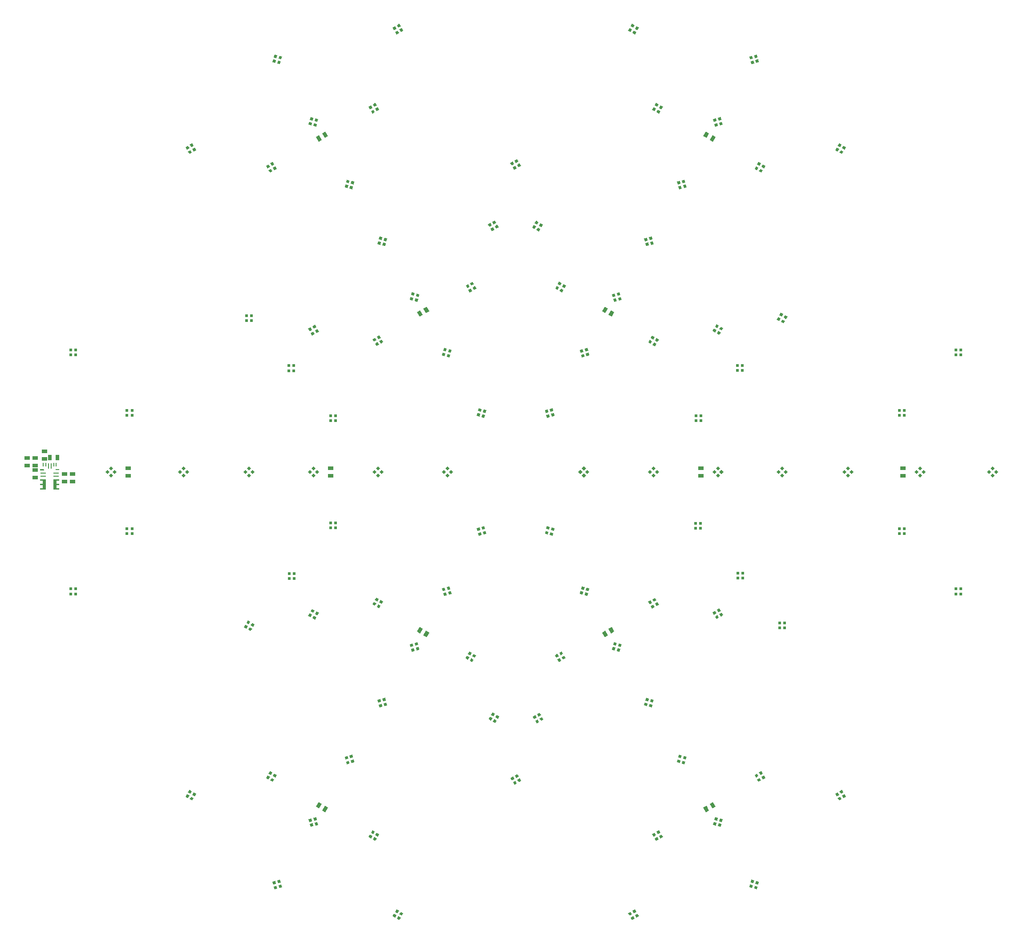
<source format=gbr>
G04 EAGLE Gerber RS-274X export*
G75*
%MOMM*%
%FSLAX34Y34*%
%LPD*%
%INSolderpaste Top*%
%IPPOS*%
%AMOC8*
5,1,8,0,0,1.08239X$1,22.5*%
G01*
%ADD10R,0.550000X0.550000*%
%ADD11R,0.550000X0.550000*%
%ADD12R,1.000000X0.700000*%
%ADD13R,0.700000X1.000000*%
%ADD14R,1.100000X0.250000*%
%ADD15R,0.700000X0.250000*%
%ADD16R,0.250000X1.100000*%
%ADD17R,0.250000X0.700000*%

G36*
X186105Y951749D02*
X186105Y951749D01*
X186105Y951750D01*
X186105Y971250D01*
X186101Y971255D01*
X186100Y971255D01*
X175100Y971255D01*
X175095Y971251D01*
X175095Y971250D01*
X175095Y968750D01*
X175099Y968745D01*
X175100Y968745D01*
X180095Y968745D01*
X180095Y962755D01*
X175100Y962755D01*
X175095Y962751D01*
X175095Y962750D01*
X175095Y960250D01*
X175099Y960245D01*
X175100Y960245D01*
X180095Y960245D01*
X180095Y954255D01*
X175100Y954255D01*
X175095Y954251D01*
X175095Y954250D01*
X175095Y951750D01*
X175099Y951745D01*
X175100Y951745D01*
X186100Y951745D01*
X186105Y951749D01*
G37*
G36*
X211105Y951749D02*
X211105Y951749D01*
X211105Y951750D01*
X211105Y954250D01*
X211101Y954255D01*
X211100Y954255D01*
X206105Y954255D01*
X206105Y960245D01*
X211100Y960245D01*
X211105Y960249D01*
X211105Y960250D01*
X211105Y962750D01*
X211101Y962755D01*
X211100Y962755D01*
X206105Y962755D01*
X206105Y968745D01*
X211100Y968745D01*
X211105Y968749D01*
X211105Y968750D01*
X211105Y971250D01*
X211101Y971255D01*
X211100Y971255D01*
X200100Y971255D01*
X200095Y971251D01*
X200095Y971250D01*
X200095Y951750D01*
X200099Y951745D01*
X200100Y951745D01*
X211100Y951745D01*
X211105Y951749D01*
G37*
G36*
X182105Y988249D02*
X182105Y988249D01*
X182105Y988250D01*
X182105Y989500D01*
X182103Y989502D01*
X182104Y989504D01*
X180854Y990754D01*
X180851Y990754D01*
X180850Y990755D01*
X175100Y990755D01*
X175095Y990751D01*
X175095Y990750D01*
X175095Y988250D01*
X175099Y988245D01*
X175100Y988245D01*
X182100Y988245D01*
X182105Y988249D01*
G37*
D10*
G36*
X956717Y981111D02*
X952828Y985000D01*
X956717Y988889D01*
X960606Y985000D01*
X956717Y981111D01*
G37*
G36*
X950000Y974394D02*
X946111Y978283D01*
X950000Y982172D01*
X953889Y978283D01*
X950000Y974394D01*
G37*
G36*
X943282Y981111D02*
X939393Y985000D01*
X943282Y988889D01*
X947171Y985000D01*
X943282Y981111D01*
G37*
G36*
X950000Y987829D02*
X946111Y991718D01*
X950000Y995607D01*
X953889Y991718D01*
X950000Y987829D01*
G37*
G36*
X824217Y981111D02*
X820328Y985000D01*
X824217Y988889D01*
X828106Y985000D01*
X824217Y981111D01*
G37*
G36*
X817500Y974393D02*
X813611Y978282D01*
X817500Y982171D01*
X821389Y978282D01*
X817500Y974393D01*
G37*
G36*
X810782Y981111D02*
X806893Y985000D01*
X810782Y988889D01*
X814671Y985000D01*
X810782Y981111D01*
G37*
G36*
X817500Y987829D02*
X813611Y991718D01*
X817500Y995607D01*
X821389Y991718D01*
X817500Y987829D01*
G37*
D11*
X737250Y1082750D03*
X727750Y1082750D03*
X727750Y1092250D03*
X737250Y1092250D03*
X657250Y1177750D03*
X647750Y1177750D03*
X647750Y1187250D03*
X657250Y1187250D03*
X567750Y1272750D03*
X567750Y1282250D03*
X577250Y1282250D03*
X577250Y1272750D03*
D10*
G36*
X689517Y1260495D02*
X692267Y1255733D01*
X687505Y1252983D01*
X684755Y1257745D01*
X689517Y1260495D01*
G37*
G36*
X697745Y1265245D02*
X700495Y1260483D01*
X695733Y1257733D01*
X692983Y1262495D01*
X697745Y1265245D01*
G37*
G36*
X702495Y1257017D02*
X705245Y1252255D01*
X700483Y1249505D01*
X697733Y1254267D01*
X702495Y1257017D01*
G37*
G36*
X694267Y1252267D02*
X697017Y1247505D01*
X692255Y1244755D01*
X689505Y1249517D01*
X694267Y1252267D01*
G37*
D12*
X342500Y992000D03*
X342500Y978000D03*
D10*
G36*
X812017Y1240495D02*
X814767Y1235733D01*
X810005Y1232983D01*
X807255Y1237745D01*
X812017Y1240495D01*
G37*
G36*
X820245Y1245245D02*
X822995Y1240483D01*
X818233Y1237733D01*
X815483Y1242495D01*
X820245Y1245245D01*
G37*
G36*
X824995Y1237017D02*
X827745Y1232255D01*
X822983Y1229505D01*
X820233Y1234267D01*
X824995Y1237017D01*
G37*
G36*
X816767Y1232267D02*
X819517Y1227505D01*
X814755Y1224755D01*
X812005Y1229517D01*
X816767Y1232267D01*
G37*
G36*
X701718Y981111D02*
X697829Y985000D01*
X701718Y988889D01*
X705607Y985000D01*
X701718Y981111D01*
G37*
G36*
X695000Y974393D02*
X691111Y978282D01*
X695000Y982171D01*
X698889Y978282D01*
X695000Y974393D01*
G37*
G36*
X688283Y981111D02*
X684394Y985000D01*
X688283Y988889D01*
X692172Y985000D01*
X688283Y981111D01*
G37*
G36*
X695000Y987829D02*
X691111Y991718D01*
X695000Y995607D01*
X698889Y991718D01*
X695000Y987829D01*
G37*
G36*
X579217Y981111D02*
X575328Y985000D01*
X579217Y988889D01*
X583106Y985000D01*
X579217Y981111D01*
G37*
G36*
X572500Y974393D02*
X568611Y978282D01*
X572500Y982171D01*
X576389Y978282D01*
X572500Y974393D01*
G37*
G36*
X565782Y981111D02*
X561893Y985000D01*
X565782Y988889D01*
X569671Y985000D01*
X565782Y981111D01*
G37*
G36*
X572500Y987829D02*
X568611Y991718D01*
X572500Y995607D01*
X576389Y991718D01*
X572500Y987829D01*
G37*
G36*
X454218Y981111D02*
X450329Y985000D01*
X454218Y988889D01*
X458107Y985000D01*
X454218Y981111D01*
G37*
G36*
X447500Y974393D02*
X443611Y978282D01*
X447500Y982171D01*
X451389Y978282D01*
X447500Y974393D01*
G37*
G36*
X440782Y981111D02*
X436893Y985000D01*
X440782Y988889D01*
X444671Y985000D01*
X440782Y981111D01*
G37*
G36*
X447500Y987829D02*
X443611Y991718D01*
X447500Y995607D01*
X451389Y991718D01*
X447500Y987829D01*
G37*
D11*
X349750Y1092750D03*
X340250Y1092750D03*
X340250Y1102250D03*
X349750Y1102250D03*
X242250Y1207750D03*
X232750Y1207750D03*
X232750Y1217250D03*
X242250Y1217250D03*
X349750Y877250D03*
X349750Y867750D03*
X340250Y867750D03*
X340250Y877250D03*
X242250Y762250D03*
X242250Y752750D03*
X232750Y752750D03*
X232750Y762250D03*
D10*
G36*
X316718Y981111D02*
X312829Y985000D01*
X316718Y988889D01*
X320607Y985000D01*
X316718Y981111D01*
G37*
G36*
X310000Y974393D02*
X306111Y978282D01*
X310000Y982171D01*
X313889Y978282D01*
X310000Y974393D01*
G37*
G36*
X303283Y981111D02*
X299394Y985000D01*
X303283Y988889D01*
X307172Y985000D01*
X303283Y981111D01*
G37*
G36*
X310000Y987829D02*
X306111Y991718D01*
X310000Y995607D01*
X313889Y991718D01*
X310000Y987829D01*
G37*
D12*
X727500Y992000D03*
X727500Y978000D03*
D13*
X207720Y1012100D03*
X193720Y1012100D03*
D12*
X221040Y981000D03*
X221040Y967000D03*
X236280Y981000D03*
X236280Y967000D03*
X149920Y1011480D03*
X149920Y997480D03*
X165160Y997480D03*
X165160Y1011480D03*
X165160Y988620D03*
X165160Y974620D03*
X182940Y1010180D03*
X182940Y1024180D03*
D14*
X180600Y976500D03*
X205600Y976500D03*
X180600Y983000D03*
X205600Y983000D03*
D15*
X207600Y989500D03*
D16*
X195600Y996500D03*
X190600Y996500D03*
D17*
X200600Y998500D03*
X205600Y998500D03*
X185600Y998500D03*
X180600Y998500D03*
D10*
G36*
X1021550Y876597D02*
X1016238Y875173D01*
X1014814Y880485D01*
X1020126Y881909D01*
X1021550Y876597D01*
G37*
G36*
X1024009Y867421D02*
X1018697Y865997D01*
X1017273Y871309D01*
X1022585Y872733D01*
X1024009Y867421D01*
G37*
G36*
X1014832Y864962D02*
X1009520Y863538D01*
X1008096Y868850D01*
X1013408Y870274D01*
X1014832Y864962D01*
G37*
G36*
X1012373Y874138D02*
X1007061Y872714D01*
X1005637Y878026D01*
X1010949Y879450D01*
X1012373Y874138D01*
G37*
G36*
X955300Y761848D02*
X949988Y760424D01*
X948564Y765736D01*
X953876Y767160D01*
X955300Y761848D01*
G37*
G36*
X957759Y752672D02*
X952447Y751248D01*
X951023Y756560D01*
X956335Y757984D01*
X957759Y752672D01*
G37*
G36*
X948582Y750213D02*
X943270Y748789D01*
X941846Y754101D01*
X947158Y755525D01*
X948582Y750213D01*
G37*
G36*
X946123Y759390D02*
X940811Y757966D01*
X939387Y763278D01*
X944699Y764702D01*
X946123Y759390D01*
G37*
G36*
X824800Y733595D02*
X820038Y736345D01*
X822788Y741107D01*
X827550Y738357D01*
X824800Y733595D01*
G37*
G36*
X820050Y725368D02*
X815288Y728118D01*
X818038Y732880D01*
X822800Y730130D01*
X820050Y725368D01*
G37*
G36*
X811823Y730118D02*
X807061Y732868D01*
X809811Y737630D01*
X814573Y734880D01*
X811823Y730118D01*
G37*
G36*
X816573Y738345D02*
X811811Y741095D01*
X814561Y745857D01*
X819323Y743107D01*
X816573Y738345D01*
G37*
G36*
X702528Y711813D02*
X697766Y714563D01*
X700516Y719325D01*
X705278Y716575D01*
X702528Y711813D01*
G37*
G36*
X697778Y703586D02*
X693016Y706336D01*
X695766Y711098D01*
X700528Y708348D01*
X697778Y703586D01*
G37*
G36*
X689550Y708336D02*
X684788Y711086D01*
X687538Y715848D01*
X692300Y713098D01*
X689550Y708336D01*
G37*
G36*
X694300Y716563D02*
X689538Y719313D01*
X692288Y724075D01*
X697050Y721325D01*
X694300Y716563D01*
G37*
G36*
X570743Y684554D02*
X573493Y689316D01*
X578255Y686566D01*
X575505Y681804D01*
X570743Y684554D01*
G37*
G36*
X562516Y689304D02*
X565266Y694066D01*
X570028Y691316D01*
X567278Y686554D01*
X562516Y689304D01*
G37*
G36*
X567266Y697531D02*
X570016Y702293D01*
X574778Y699543D01*
X572028Y694781D01*
X567266Y697531D01*
G37*
G36*
X575493Y692781D02*
X578243Y697543D01*
X583005Y694793D01*
X580255Y690031D01*
X575493Y692781D01*
G37*
D11*
X648746Y782137D03*
X648746Y791637D03*
X658246Y791637D03*
X658246Y782137D03*
D13*
G36*
X704480Y356193D02*
X710542Y352693D01*
X705542Y344033D01*
X699480Y347533D01*
X704480Y356193D01*
G37*
G36*
X716604Y349193D02*
X722666Y345693D01*
X717666Y337033D01*
X711604Y340533D01*
X716604Y349193D01*
G37*
D11*
X727317Y878225D03*
X727317Y887725D03*
X736817Y887725D03*
X736817Y878225D03*
D10*
G36*
X894050Y655760D02*
X888738Y654336D01*
X887314Y659648D01*
X892626Y661072D01*
X894050Y655760D01*
G37*
G36*
X896509Y646584D02*
X891197Y645160D01*
X889773Y650472D01*
X895085Y651896D01*
X896509Y646584D01*
G37*
G36*
X887332Y644125D02*
X882020Y642701D01*
X880596Y648013D01*
X885908Y649437D01*
X887332Y644125D01*
G37*
G36*
X884873Y653302D02*
X879561Y651878D01*
X878137Y657190D01*
X883449Y658614D01*
X884873Y653302D01*
G37*
G36*
X832800Y549672D02*
X827488Y548248D01*
X826064Y553560D01*
X831376Y554984D01*
X832800Y549672D01*
G37*
G36*
X835259Y540496D02*
X829947Y539072D01*
X828523Y544384D01*
X833835Y545808D01*
X835259Y540496D01*
G37*
G36*
X826082Y538037D02*
X820770Y536613D01*
X819346Y541925D01*
X824658Y543349D01*
X826082Y538037D01*
G37*
G36*
X823623Y547213D02*
X818311Y545789D01*
X816887Y551101D01*
X822199Y552525D01*
X823623Y547213D01*
G37*
G36*
X770300Y441419D02*
X764988Y439995D01*
X763564Y445307D01*
X768876Y446731D01*
X770300Y441419D01*
G37*
G36*
X772759Y432243D02*
X767447Y430819D01*
X766023Y436131D01*
X771335Y437555D01*
X772759Y432243D01*
G37*
G36*
X763582Y429784D02*
X758270Y428360D01*
X756846Y433672D01*
X762158Y435096D01*
X763582Y429784D01*
G37*
G36*
X761123Y438960D02*
X755811Y437536D01*
X754387Y442848D01*
X759699Y444272D01*
X761123Y438960D01*
G37*
G36*
X622390Y403011D02*
X617628Y405761D01*
X620378Y410523D01*
X625140Y407773D01*
X622390Y403011D01*
G37*
G36*
X617640Y394783D02*
X612878Y397533D01*
X615628Y402295D01*
X620390Y399545D01*
X617640Y394783D01*
G37*
G36*
X609413Y399533D02*
X604651Y402283D01*
X607401Y407045D01*
X612163Y404295D01*
X609413Y399533D01*
G37*
G36*
X614163Y407761D02*
X609401Y410511D01*
X612151Y415273D01*
X616913Y412523D01*
X614163Y407761D01*
G37*
G36*
X469047Y367413D02*
X464285Y370163D01*
X467035Y374925D01*
X471797Y372175D01*
X469047Y367413D01*
G37*
G36*
X464297Y359186D02*
X459535Y361936D01*
X462285Y366698D01*
X467047Y363948D01*
X464297Y359186D01*
G37*
G36*
X456070Y363936D02*
X451308Y366686D01*
X454058Y371448D01*
X458820Y368698D01*
X456070Y363936D01*
G37*
G36*
X460820Y372163D02*
X456058Y374913D01*
X458808Y379675D01*
X463570Y376925D01*
X460820Y372163D01*
G37*
G36*
X811768Y300023D02*
X809018Y295261D01*
X804256Y298011D01*
X807006Y302773D01*
X811768Y300023D01*
G37*
G36*
X819995Y295273D02*
X817245Y290511D01*
X812483Y293261D01*
X815233Y298023D01*
X819995Y295273D01*
G37*
G36*
X815245Y287045D02*
X812495Y282283D01*
X807733Y285033D01*
X810483Y289795D01*
X815245Y287045D01*
G37*
G36*
X807018Y291795D02*
X804268Y287033D01*
X799506Y289783D01*
X802256Y294545D01*
X807018Y291795D01*
G37*
G36*
X857611Y149425D02*
X854861Y144663D01*
X850099Y147413D01*
X852849Y152175D01*
X857611Y149425D01*
G37*
G36*
X865838Y144675D02*
X863088Y139913D01*
X858326Y142663D01*
X861076Y147425D01*
X865838Y144675D01*
G37*
G36*
X861088Y136448D02*
X858338Y131686D01*
X853576Y134436D01*
X856326Y139198D01*
X861088Y136448D01*
G37*
G36*
X852861Y141198D02*
X850111Y136436D01*
X845349Y139186D01*
X848099Y143948D01*
X852861Y141198D01*
G37*
G36*
X701550Y322341D02*
X696238Y320917D01*
X694814Y326229D01*
X700126Y327653D01*
X701550Y322341D01*
G37*
G36*
X704009Y313164D02*
X698697Y311740D01*
X697273Y317052D01*
X702585Y318476D01*
X704009Y313164D01*
G37*
G36*
X694832Y310706D02*
X689520Y309282D01*
X688096Y314594D01*
X693408Y316018D01*
X694832Y310706D01*
G37*
G36*
X692373Y319882D02*
X687061Y318458D01*
X685637Y323770D01*
X690949Y325194D01*
X692373Y319882D01*
G37*
G36*
X632800Y203262D02*
X627488Y201838D01*
X626064Y207150D01*
X631376Y208574D01*
X632800Y203262D01*
G37*
G36*
X635259Y194086D02*
X629947Y192662D01*
X628523Y197974D01*
X633835Y199398D01*
X635259Y194086D01*
G37*
G36*
X626082Y191627D02*
X620770Y190203D01*
X619346Y195515D01*
X624658Y196939D01*
X626082Y191627D01*
G37*
G36*
X623623Y200803D02*
X618311Y199379D01*
X616887Y204691D01*
X622199Y206115D01*
X623623Y200803D01*
G37*
D13*
G36*
X896980Y689613D02*
X903042Y686113D01*
X898042Y677453D01*
X891980Y680953D01*
X896980Y689613D01*
G37*
G36*
X909104Y682613D02*
X915166Y679113D01*
X910166Y670453D01*
X904104Y673953D01*
X909104Y682613D01*
G37*
D10*
G36*
X1144478Y880485D02*
X1143054Y875173D01*
X1137742Y876597D01*
X1139166Y881909D01*
X1144478Y880485D01*
G37*
G36*
X1153655Y878026D02*
X1152231Y872714D01*
X1146919Y874138D01*
X1148343Y879450D01*
X1153655Y878026D01*
G37*
G36*
X1151196Y868850D02*
X1149772Y863538D01*
X1144460Y864962D01*
X1145884Y870274D01*
X1151196Y868850D01*
G37*
G36*
X1142019Y871309D02*
X1140595Y865997D01*
X1135283Y867421D01*
X1136707Y872733D01*
X1142019Y871309D01*
G37*
G36*
X1210728Y765736D02*
X1209304Y760424D01*
X1203992Y761848D01*
X1205416Y767160D01*
X1210728Y765736D01*
G37*
G36*
X1219905Y763278D02*
X1218481Y757966D01*
X1213169Y759390D01*
X1214593Y764702D01*
X1219905Y763278D01*
G37*
G36*
X1217446Y754101D02*
X1216022Y748789D01*
X1210710Y750213D01*
X1212134Y755525D01*
X1217446Y754101D01*
G37*
G36*
X1208269Y756560D02*
X1206845Y751248D01*
X1201533Y752672D01*
X1202957Y757984D01*
X1208269Y756560D01*
G37*
G36*
X1169946Y638595D02*
X1165184Y635845D01*
X1162434Y640607D01*
X1167196Y643357D01*
X1169946Y638595D01*
G37*
G36*
X1174696Y630368D02*
X1169934Y627618D01*
X1167184Y632380D01*
X1171946Y635130D01*
X1174696Y630368D01*
G37*
G36*
X1166469Y625618D02*
X1161707Y622868D01*
X1158957Y627630D01*
X1163719Y630380D01*
X1166469Y625618D01*
G37*
G36*
X1161719Y633845D02*
X1156957Y631095D01*
X1154207Y635857D01*
X1158969Y638607D01*
X1161719Y633845D01*
G37*
G36*
X1127674Y521813D02*
X1122912Y519063D01*
X1120162Y523825D01*
X1124924Y526575D01*
X1127674Y521813D01*
G37*
G36*
X1132424Y513586D02*
X1127662Y510836D01*
X1124912Y515598D01*
X1129674Y518348D01*
X1132424Y513586D01*
G37*
G36*
X1124196Y508836D02*
X1119434Y506086D01*
X1116684Y510848D01*
X1121446Y513598D01*
X1124196Y508836D01*
G37*
G36*
X1119446Y517063D02*
X1114684Y514313D01*
X1111934Y519075D01*
X1116696Y521825D01*
X1119446Y517063D01*
G37*
G36*
X1085389Y394054D02*
X1082639Y398816D01*
X1087401Y401566D01*
X1090151Y396804D01*
X1085389Y394054D01*
G37*
G36*
X1077162Y389304D02*
X1074412Y394066D01*
X1079174Y396816D01*
X1081924Y392054D01*
X1077162Y389304D01*
G37*
G36*
X1072412Y397531D02*
X1069662Y402293D01*
X1074424Y405043D01*
X1077174Y400281D01*
X1072412Y397531D01*
G37*
G36*
X1080639Y402281D02*
X1077889Y407043D01*
X1082651Y409793D01*
X1085401Y405031D01*
X1080639Y402281D01*
G37*
G36*
X1036125Y509392D02*
X1038875Y514154D01*
X1043637Y511404D01*
X1040887Y506642D01*
X1036125Y509392D01*
G37*
G36*
X1027897Y514142D02*
X1030647Y518904D01*
X1035409Y516154D01*
X1032659Y511392D01*
X1027897Y514142D01*
G37*
G36*
X1032647Y522369D02*
X1035397Y527131D01*
X1040159Y524381D01*
X1037409Y519619D01*
X1032647Y522369D01*
G37*
G36*
X1040875Y517619D02*
X1043625Y522381D01*
X1048387Y519631D01*
X1045637Y514869D01*
X1040875Y517619D01*
G37*
D13*
G36*
X1436626Y345693D02*
X1442688Y349193D01*
X1447688Y340533D01*
X1441626Y337033D01*
X1436626Y345693D01*
G37*
G36*
X1448750Y352693D02*
X1454812Y356193D01*
X1459812Y347533D01*
X1453750Y344033D01*
X1448750Y352693D01*
G37*
D10*
G36*
X992195Y625480D02*
X994945Y630242D01*
X999707Y627492D01*
X996957Y622730D01*
X992195Y625480D01*
G37*
G36*
X983968Y630230D02*
X986718Y634992D01*
X991480Y632242D01*
X988730Y627480D01*
X983968Y630230D01*
G37*
G36*
X988718Y638458D02*
X991468Y643220D01*
X996230Y640470D01*
X993480Y635708D01*
X988718Y638458D01*
G37*
G36*
X996945Y633708D02*
X999695Y638470D01*
X1004457Y635720D01*
X1001707Y630958D01*
X996945Y633708D01*
G37*
G36*
X1271978Y659648D02*
X1270554Y654336D01*
X1265242Y655760D01*
X1266666Y661072D01*
X1271978Y659648D01*
G37*
G36*
X1281155Y657190D02*
X1279731Y651878D01*
X1274419Y653302D01*
X1275843Y658614D01*
X1281155Y657190D01*
G37*
G36*
X1278696Y648013D02*
X1277272Y642701D01*
X1271960Y644125D01*
X1273384Y649437D01*
X1278696Y648013D01*
G37*
G36*
X1269519Y650472D02*
X1268095Y645160D01*
X1262783Y646584D01*
X1264207Y651896D01*
X1269519Y650472D01*
G37*
G36*
X1333228Y553560D02*
X1331804Y548248D01*
X1326492Y549672D01*
X1327916Y554984D01*
X1333228Y553560D01*
G37*
G36*
X1342405Y551101D02*
X1340981Y545789D01*
X1335669Y547213D01*
X1337093Y552525D01*
X1342405Y551101D01*
G37*
G36*
X1339946Y541925D02*
X1338522Y536613D01*
X1333210Y538037D01*
X1334634Y543349D01*
X1339946Y541925D01*
G37*
G36*
X1330769Y544384D02*
X1329345Y539072D01*
X1324033Y540496D01*
X1325457Y545808D01*
X1330769Y544384D01*
G37*
G36*
X1395728Y445307D02*
X1394304Y439995D01*
X1388992Y441419D01*
X1390416Y446731D01*
X1395728Y445307D01*
G37*
G36*
X1404905Y442848D02*
X1403481Y437536D01*
X1398169Y438960D01*
X1399593Y444272D01*
X1404905Y442848D01*
G37*
G36*
X1402446Y433672D02*
X1401022Y428360D01*
X1395710Y429784D01*
X1397134Y435096D01*
X1402446Y433672D01*
G37*
G36*
X1393269Y436131D02*
X1391845Y430819D01*
X1386533Y432243D01*
X1387957Y437555D01*
X1393269Y436131D01*
G37*
G36*
X1355036Y298011D02*
X1350274Y295261D01*
X1347524Y300023D01*
X1352286Y302773D01*
X1355036Y298011D01*
G37*
G36*
X1359786Y289783D02*
X1355024Y287033D01*
X1352274Y291795D01*
X1357036Y294545D01*
X1359786Y289783D01*
G37*
G36*
X1351559Y285033D02*
X1346797Y282283D01*
X1344047Y287045D01*
X1348809Y289795D01*
X1351559Y285033D01*
G37*
G36*
X1346809Y293261D02*
X1342047Y290511D01*
X1339297Y295273D01*
X1344059Y298023D01*
X1346809Y293261D01*
G37*
G36*
X1309193Y147413D02*
X1304431Y144663D01*
X1301681Y149425D01*
X1306443Y152175D01*
X1309193Y147413D01*
G37*
G36*
X1313943Y139186D02*
X1309181Y136436D01*
X1306431Y141198D01*
X1311193Y143948D01*
X1313943Y139186D01*
G37*
G36*
X1305716Y134436D02*
X1300954Y131686D01*
X1298204Y136448D01*
X1302966Y139198D01*
X1305716Y134436D01*
G37*
G36*
X1300966Y142663D02*
X1296204Y139913D01*
X1293454Y144675D01*
X1298216Y147425D01*
X1300966Y142663D01*
G37*
G36*
X1538914Y410523D02*
X1541664Y405761D01*
X1536902Y403011D01*
X1534152Y407773D01*
X1538914Y410523D01*
G37*
G36*
X1547141Y415273D02*
X1549891Y410511D01*
X1545129Y407761D01*
X1542379Y412523D01*
X1547141Y415273D01*
G37*
G36*
X1551891Y407045D02*
X1554641Y402283D01*
X1549879Y399533D01*
X1547129Y404295D01*
X1551891Y407045D01*
G37*
G36*
X1543664Y402295D02*
X1546414Y397533D01*
X1541652Y394783D01*
X1538902Y399545D01*
X1543664Y402295D01*
G37*
G36*
X1692257Y374925D02*
X1695007Y370163D01*
X1690245Y367413D01*
X1687495Y372175D01*
X1692257Y374925D01*
G37*
G36*
X1700484Y379675D02*
X1703234Y374913D01*
X1698472Y372163D01*
X1695722Y376925D01*
X1700484Y379675D01*
G37*
G36*
X1705234Y371448D02*
X1707984Y366686D01*
X1703222Y363936D01*
X1700472Y368698D01*
X1705234Y371448D01*
G37*
G36*
X1697007Y366698D02*
X1699757Y361936D01*
X1694995Y359186D01*
X1692245Y363948D01*
X1697007Y366698D01*
G37*
G36*
X1464478Y326229D02*
X1463054Y320917D01*
X1457742Y322341D01*
X1459166Y327653D01*
X1464478Y326229D01*
G37*
G36*
X1473655Y323770D02*
X1472231Y318458D01*
X1466919Y319882D01*
X1468343Y325194D01*
X1473655Y323770D01*
G37*
G36*
X1471196Y314594D02*
X1469772Y309282D01*
X1464460Y310706D01*
X1465884Y316018D01*
X1471196Y314594D01*
G37*
G36*
X1462019Y317052D02*
X1460595Y311740D01*
X1455283Y313164D01*
X1456707Y318476D01*
X1462019Y317052D01*
G37*
G36*
X1533228Y207150D02*
X1531804Y201838D01*
X1526492Y203262D01*
X1527916Y208574D01*
X1533228Y207150D01*
G37*
G36*
X1542405Y204691D02*
X1540981Y199379D01*
X1535669Y200803D01*
X1537093Y206115D01*
X1542405Y204691D01*
G37*
G36*
X1539946Y195515D02*
X1538522Y190203D01*
X1533210Y191627D01*
X1534634Y196939D01*
X1539946Y195515D01*
G37*
G36*
X1530769Y197974D02*
X1529345Y192662D01*
X1524033Y194086D01*
X1525457Y199398D01*
X1530769Y197974D01*
G37*
D13*
G36*
X1244126Y679113D02*
X1250188Y682613D01*
X1255188Y673953D01*
X1249126Y670453D01*
X1244126Y679113D01*
G37*
G36*
X1256250Y686113D02*
X1262312Y689613D01*
X1267312Y680953D01*
X1261250Y677453D01*
X1256250Y686113D01*
G37*
D10*
G36*
X1202574Y988889D02*
X1206463Y985000D01*
X1202574Y981111D01*
X1198685Y985000D01*
X1202574Y988889D01*
G37*
G36*
X1209292Y995607D02*
X1213181Y991718D01*
X1209292Y987829D01*
X1205403Y991718D01*
X1209292Y995607D01*
G37*
G36*
X1216009Y988889D02*
X1219898Y985000D01*
X1216009Y981111D01*
X1212120Y985000D01*
X1216009Y988889D01*
G37*
G36*
X1209292Y982171D02*
X1213181Y978282D01*
X1209292Y974393D01*
X1205403Y978282D01*
X1209292Y982171D01*
G37*
G36*
X1335074Y988889D02*
X1338963Y985000D01*
X1335074Y981111D01*
X1331185Y985000D01*
X1335074Y988889D01*
G37*
G36*
X1341792Y995607D02*
X1345681Y991718D01*
X1341792Y987829D01*
X1337903Y991718D01*
X1341792Y995607D01*
G37*
G36*
X1348509Y988889D02*
X1352398Y985000D01*
X1348509Y981111D01*
X1344620Y985000D01*
X1348509Y988889D01*
G37*
G36*
X1341792Y982171D02*
X1345681Y978282D01*
X1341792Y974393D01*
X1337903Y978282D01*
X1341792Y982171D01*
G37*
D11*
X1422042Y887250D03*
X1431542Y887250D03*
X1431542Y877750D03*
X1422042Y877750D03*
X1502042Y792250D03*
X1511542Y792250D03*
X1511542Y782750D03*
X1502042Y782750D03*
X1591542Y697250D03*
X1591542Y687750D03*
X1582042Y687750D03*
X1582042Y697250D03*
D10*
G36*
X1469775Y709505D02*
X1467025Y714267D01*
X1471787Y717017D01*
X1474537Y712255D01*
X1469775Y709505D01*
G37*
G36*
X1461547Y704755D02*
X1458797Y709517D01*
X1463559Y712267D01*
X1466309Y707505D01*
X1461547Y704755D01*
G37*
G36*
X1456797Y712983D02*
X1454047Y717745D01*
X1458809Y720495D01*
X1461559Y715733D01*
X1456797Y712983D01*
G37*
G36*
X1465025Y717733D02*
X1462275Y722495D01*
X1467037Y725245D01*
X1469787Y720483D01*
X1465025Y717733D01*
G37*
D12*
X1816792Y978000D03*
X1816792Y992000D03*
D10*
G36*
X1347275Y729505D02*
X1344525Y734267D01*
X1349287Y737017D01*
X1352037Y732255D01*
X1347275Y729505D01*
G37*
G36*
X1339047Y724755D02*
X1336297Y729517D01*
X1341059Y732267D01*
X1343809Y727505D01*
X1339047Y724755D01*
G37*
G36*
X1334297Y732983D02*
X1331547Y737745D01*
X1336309Y740495D01*
X1339059Y735733D01*
X1334297Y732983D01*
G37*
G36*
X1342525Y737733D02*
X1339775Y742495D01*
X1344537Y745245D01*
X1347287Y740483D01*
X1342525Y737733D01*
G37*
G36*
X1457574Y988889D02*
X1461463Y985000D01*
X1457574Y981111D01*
X1453685Y985000D01*
X1457574Y988889D01*
G37*
G36*
X1464292Y995607D02*
X1468181Y991718D01*
X1464292Y987829D01*
X1460403Y991718D01*
X1464292Y995607D01*
G37*
G36*
X1471009Y988889D02*
X1474898Y985000D01*
X1471009Y981111D01*
X1467120Y985000D01*
X1471009Y988889D01*
G37*
G36*
X1464292Y982171D02*
X1468181Y978282D01*
X1464292Y974393D01*
X1460403Y978282D01*
X1464292Y982171D01*
G37*
G36*
X1580074Y988889D02*
X1583963Y985000D01*
X1580074Y981111D01*
X1576185Y985000D01*
X1580074Y988889D01*
G37*
G36*
X1586792Y995607D02*
X1590681Y991718D01*
X1586792Y987829D01*
X1582903Y991718D01*
X1586792Y995607D01*
G37*
G36*
X1593509Y988889D02*
X1597398Y985000D01*
X1593509Y981111D01*
X1589620Y985000D01*
X1593509Y988889D01*
G37*
G36*
X1586792Y982171D02*
X1590681Y978282D01*
X1586792Y974393D01*
X1582903Y978282D01*
X1586792Y982171D01*
G37*
G36*
X1705074Y988889D02*
X1708963Y985000D01*
X1705074Y981111D01*
X1701185Y985000D01*
X1705074Y988889D01*
G37*
G36*
X1711792Y995607D02*
X1715681Y991718D01*
X1711792Y987829D01*
X1707903Y991718D01*
X1711792Y995607D01*
G37*
G36*
X1718509Y988889D02*
X1722398Y985000D01*
X1718509Y981111D01*
X1714620Y985000D01*
X1718509Y988889D01*
G37*
G36*
X1711792Y982171D02*
X1715681Y978282D01*
X1711792Y974393D01*
X1707903Y978282D01*
X1711792Y982171D01*
G37*
D11*
X1809542Y877250D03*
X1819042Y877250D03*
X1819042Y867750D03*
X1809542Y867750D03*
X1917042Y762250D03*
X1926542Y762250D03*
X1926542Y752750D03*
X1917042Y752750D03*
X1809542Y1092750D03*
X1809542Y1102250D03*
X1819042Y1102250D03*
X1819042Y1092750D03*
X1917042Y1207750D03*
X1917042Y1217250D03*
X1926542Y1217250D03*
X1926542Y1207750D03*
D10*
G36*
X1842574Y988889D02*
X1846463Y985000D01*
X1842574Y981111D01*
X1838685Y985000D01*
X1842574Y988889D01*
G37*
G36*
X1849292Y995607D02*
X1853181Y991718D01*
X1849292Y987829D01*
X1845403Y991718D01*
X1849292Y995607D01*
G37*
G36*
X1856009Y988889D02*
X1859898Y985000D01*
X1856009Y981111D01*
X1852120Y985000D01*
X1856009Y988889D01*
G37*
G36*
X1849292Y982171D02*
X1853181Y978282D01*
X1849292Y974393D01*
X1845403Y978282D01*
X1849292Y982171D01*
G37*
G36*
X1980074Y988889D02*
X1983963Y985000D01*
X1980074Y981111D01*
X1976185Y985000D01*
X1980074Y988889D01*
G37*
G36*
X1986792Y995607D02*
X1990681Y991718D01*
X1986792Y987829D01*
X1982903Y991718D01*
X1986792Y995607D01*
G37*
G36*
X1993510Y988889D02*
X1997399Y985000D01*
X1993510Y981111D01*
X1989621Y985000D01*
X1993510Y988889D01*
G37*
G36*
X1986792Y982172D02*
X1990681Y978283D01*
X1986792Y974394D01*
X1982903Y978283D01*
X1986792Y982172D01*
G37*
D12*
X1431792Y978000D03*
X1431792Y992000D03*
D10*
G36*
X1137742Y1093403D02*
X1143054Y1094827D01*
X1144478Y1089515D01*
X1139166Y1088091D01*
X1137742Y1093403D01*
G37*
G36*
X1135283Y1102579D02*
X1140595Y1104003D01*
X1142019Y1098691D01*
X1136707Y1097267D01*
X1135283Y1102579D01*
G37*
G36*
X1144460Y1105038D02*
X1149772Y1106462D01*
X1151196Y1101150D01*
X1145884Y1099726D01*
X1144460Y1105038D01*
G37*
G36*
X1146919Y1095862D02*
X1152231Y1097286D01*
X1153655Y1091974D01*
X1148343Y1090550D01*
X1146919Y1095862D01*
G37*
G36*
X1203992Y1208152D02*
X1209304Y1209576D01*
X1210728Y1204264D01*
X1205416Y1202840D01*
X1203992Y1208152D01*
G37*
G36*
X1201533Y1217328D02*
X1206845Y1218752D01*
X1208269Y1213440D01*
X1202957Y1212016D01*
X1201533Y1217328D01*
G37*
G36*
X1210710Y1219787D02*
X1216022Y1221211D01*
X1217446Y1215899D01*
X1212134Y1214475D01*
X1210710Y1219787D01*
G37*
G36*
X1213169Y1210610D02*
X1218481Y1212034D01*
X1219905Y1206722D01*
X1214593Y1205298D01*
X1213169Y1210610D01*
G37*
G36*
X1334492Y1236405D02*
X1339254Y1233655D01*
X1336504Y1228893D01*
X1331742Y1231643D01*
X1334492Y1236405D01*
G37*
G36*
X1339242Y1244632D02*
X1344004Y1241882D01*
X1341254Y1237120D01*
X1336492Y1239870D01*
X1339242Y1244632D01*
G37*
G36*
X1347469Y1239882D02*
X1352231Y1237132D01*
X1349481Y1232370D01*
X1344719Y1235120D01*
X1347469Y1239882D01*
G37*
G36*
X1342719Y1231655D02*
X1347481Y1228905D01*
X1344731Y1224143D01*
X1339969Y1226893D01*
X1342719Y1231655D01*
G37*
G36*
X1456764Y1258187D02*
X1461526Y1255437D01*
X1458776Y1250675D01*
X1454014Y1253425D01*
X1456764Y1258187D01*
G37*
G36*
X1461514Y1266414D02*
X1466276Y1263664D01*
X1463526Y1258902D01*
X1458764Y1261652D01*
X1461514Y1266414D01*
G37*
G36*
X1469742Y1261664D02*
X1474504Y1258914D01*
X1471754Y1254152D01*
X1466992Y1256902D01*
X1469742Y1261664D01*
G37*
G36*
X1464992Y1253437D02*
X1469754Y1250687D01*
X1467004Y1245925D01*
X1462242Y1248675D01*
X1464992Y1253437D01*
G37*
G36*
X1588549Y1285446D02*
X1585799Y1280684D01*
X1581037Y1283434D01*
X1583787Y1288196D01*
X1588549Y1285446D01*
G37*
G36*
X1596776Y1280696D02*
X1594026Y1275934D01*
X1589264Y1278684D01*
X1592014Y1283446D01*
X1596776Y1280696D01*
G37*
G36*
X1592026Y1272469D02*
X1589276Y1267707D01*
X1584514Y1270457D01*
X1587264Y1275219D01*
X1592026Y1272469D01*
G37*
G36*
X1583799Y1277219D02*
X1581049Y1272457D01*
X1576287Y1275207D01*
X1579037Y1279969D01*
X1583799Y1277219D01*
G37*
D11*
X1510546Y1187863D03*
X1510546Y1178363D03*
X1501046Y1178363D03*
X1501046Y1187863D03*
D13*
G36*
X1454812Y1613807D02*
X1448750Y1617307D01*
X1453750Y1625967D01*
X1459812Y1622467D01*
X1454812Y1613807D01*
G37*
G36*
X1442688Y1620807D02*
X1436626Y1624307D01*
X1441626Y1632967D01*
X1447688Y1629467D01*
X1442688Y1620807D01*
G37*
D11*
X1431975Y1091775D03*
X1431975Y1082275D03*
X1422475Y1082275D03*
X1422475Y1091775D03*
D10*
G36*
X1265242Y1314240D02*
X1270554Y1315664D01*
X1271978Y1310352D01*
X1266666Y1308928D01*
X1265242Y1314240D01*
G37*
G36*
X1262783Y1323416D02*
X1268095Y1324840D01*
X1269519Y1319528D01*
X1264207Y1318104D01*
X1262783Y1323416D01*
G37*
G36*
X1271960Y1325875D02*
X1277272Y1327299D01*
X1278696Y1321987D01*
X1273384Y1320563D01*
X1271960Y1325875D01*
G37*
G36*
X1274419Y1316698D02*
X1279731Y1318122D01*
X1281155Y1312810D01*
X1275843Y1311386D01*
X1274419Y1316698D01*
G37*
G36*
X1326492Y1420328D02*
X1331804Y1421752D01*
X1333228Y1416440D01*
X1327916Y1415016D01*
X1326492Y1420328D01*
G37*
G36*
X1324033Y1429504D02*
X1329345Y1430928D01*
X1330769Y1425616D01*
X1325457Y1424192D01*
X1324033Y1429504D01*
G37*
G36*
X1333210Y1431963D02*
X1338522Y1433387D01*
X1339946Y1428075D01*
X1334634Y1426651D01*
X1333210Y1431963D01*
G37*
G36*
X1335669Y1422787D02*
X1340981Y1424211D01*
X1342405Y1418899D01*
X1337093Y1417475D01*
X1335669Y1422787D01*
G37*
G36*
X1388992Y1528581D02*
X1394304Y1530005D01*
X1395728Y1524693D01*
X1390416Y1523269D01*
X1388992Y1528581D01*
G37*
G36*
X1386533Y1537757D02*
X1391845Y1539181D01*
X1393269Y1533869D01*
X1387957Y1532445D01*
X1386533Y1537757D01*
G37*
G36*
X1395710Y1540216D02*
X1401022Y1541640D01*
X1402446Y1536328D01*
X1397134Y1534904D01*
X1395710Y1540216D01*
G37*
G36*
X1398169Y1531040D02*
X1403481Y1532464D01*
X1404905Y1527152D01*
X1399593Y1525728D01*
X1398169Y1531040D01*
G37*
G36*
X1536902Y1566989D02*
X1541664Y1564239D01*
X1538914Y1559477D01*
X1534152Y1562227D01*
X1536902Y1566989D01*
G37*
G36*
X1541652Y1575217D02*
X1546414Y1572467D01*
X1543664Y1567705D01*
X1538902Y1570455D01*
X1541652Y1575217D01*
G37*
G36*
X1549879Y1570467D02*
X1554641Y1567717D01*
X1551891Y1562955D01*
X1547129Y1565705D01*
X1549879Y1570467D01*
G37*
G36*
X1545129Y1562239D02*
X1549891Y1559489D01*
X1547141Y1554727D01*
X1542379Y1557477D01*
X1545129Y1562239D01*
G37*
G36*
X1690245Y1602587D02*
X1695007Y1599837D01*
X1692257Y1595075D01*
X1687495Y1597825D01*
X1690245Y1602587D01*
G37*
G36*
X1694995Y1610814D02*
X1699757Y1608064D01*
X1697007Y1603302D01*
X1692245Y1606052D01*
X1694995Y1610814D01*
G37*
G36*
X1703222Y1606064D02*
X1707984Y1603314D01*
X1705234Y1598552D01*
X1700472Y1601302D01*
X1703222Y1606064D01*
G37*
G36*
X1698472Y1597837D02*
X1703234Y1595087D01*
X1700484Y1590325D01*
X1695722Y1593075D01*
X1698472Y1597837D01*
G37*
G36*
X1347524Y1669977D02*
X1350274Y1674739D01*
X1355036Y1671989D01*
X1352286Y1667227D01*
X1347524Y1669977D01*
G37*
G36*
X1339297Y1674727D02*
X1342047Y1679489D01*
X1346809Y1676739D01*
X1344059Y1671977D01*
X1339297Y1674727D01*
G37*
G36*
X1344047Y1682955D02*
X1346797Y1687717D01*
X1351559Y1684967D01*
X1348809Y1680205D01*
X1344047Y1682955D01*
G37*
G36*
X1352274Y1678205D02*
X1355024Y1682967D01*
X1359786Y1680217D01*
X1357036Y1675455D01*
X1352274Y1678205D01*
G37*
G36*
X1301681Y1820575D02*
X1304431Y1825337D01*
X1309193Y1822587D01*
X1306443Y1817825D01*
X1301681Y1820575D01*
G37*
G36*
X1293454Y1825325D02*
X1296204Y1830087D01*
X1300966Y1827337D01*
X1298216Y1822575D01*
X1293454Y1825325D01*
G37*
G36*
X1298204Y1833552D02*
X1300954Y1838314D01*
X1305716Y1835564D01*
X1302966Y1830802D01*
X1298204Y1833552D01*
G37*
G36*
X1306431Y1828802D02*
X1309181Y1833564D01*
X1313943Y1830814D01*
X1311193Y1826052D01*
X1306431Y1828802D01*
G37*
G36*
X1457742Y1647659D02*
X1463054Y1649083D01*
X1464478Y1643771D01*
X1459166Y1642347D01*
X1457742Y1647659D01*
G37*
G36*
X1455283Y1656836D02*
X1460595Y1658260D01*
X1462019Y1652948D01*
X1456707Y1651524D01*
X1455283Y1656836D01*
G37*
G36*
X1464460Y1659295D02*
X1469772Y1660719D01*
X1471196Y1655407D01*
X1465884Y1653983D01*
X1464460Y1659295D01*
G37*
G36*
X1466919Y1650118D02*
X1472231Y1651542D01*
X1473655Y1646230D01*
X1468343Y1644806D01*
X1466919Y1650118D01*
G37*
G36*
X1526492Y1766738D02*
X1531804Y1768162D01*
X1533228Y1762850D01*
X1527916Y1761426D01*
X1526492Y1766738D01*
G37*
G36*
X1524033Y1775914D02*
X1529345Y1777338D01*
X1530769Y1772026D01*
X1525457Y1770602D01*
X1524033Y1775914D01*
G37*
G36*
X1533210Y1778373D02*
X1538522Y1779797D01*
X1539946Y1774485D01*
X1534634Y1773061D01*
X1533210Y1778373D01*
G37*
G36*
X1535669Y1769197D02*
X1540981Y1770621D01*
X1542405Y1765309D01*
X1537093Y1763885D01*
X1535669Y1769197D01*
G37*
D13*
G36*
X1262312Y1280387D02*
X1256250Y1283887D01*
X1261250Y1292547D01*
X1267312Y1289047D01*
X1262312Y1280387D01*
G37*
G36*
X1250188Y1287387D02*
X1244126Y1290887D01*
X1249126Y1299547D01*
X1255188Y1296047D01*
X1250188Y1287387D01*
G37*
D10*
G36*
X1014814Y1089515D02*
X1016238Y1094827D01*
X1021550Y1093403D01*
X1020126Y1088091D01*
X1014814Y1089515D01*
G37*
G36*
X1005637Y1091974D02*
X1007061Y1097286D01*
X1012373Y1095862D01*
X1010949Y1090550D01*
X1005637Y1091974D01*
G37*
G36*
X1008096Y1101150D02*
X1009520Y1106462D01*
X1014832Y1105038D01*
X1013408Y1099726D01*
X1008096Y1101150D01*
G37*
G36*
X1017273Y1098691D02*
X1018697Y1104003D01*
X1024009Y1102579D01*
X1022585Y1097267D01*
X1017273Y1098691D01*
G37*
G36*
X948564Y1204264D02*
X949988Y1209576D01*
X955300Y1208152D01*
X953876Y1202840D01*
X948564Y1204264D01*
G37*
G36*
X939387Y1206722D02*
X940811Y1212034D01*
X946123Y1210610D01*
X944699Y1205298D01*
X939387Y1206722D01*
G37*
G36*
X941846Y1215899D02*
X943270Y1221211D01*
X948582Y1219787D01*
X947158Y1214475D01*
X941846Y1215899D01*
G37*
G36*
X951023Y1213440D02*
X952447Y1218752D01*
X957759Y1217328D01*
X956335Y1212016D01*
X951023Y1213440D01*
G37*
G36*
X989346Y1331405D02*
X994108Y1334155D01*
X996858Y1329393D01*
X992096Y1326643D01*
X989346Y1331405D01*
G37*
G36*
X984596Y1339632D02*
X989358Y1342382D01*
X992108Y1337620D01*
X987346Y1334870D01*
X984596Y1339632D01*
G37*
G36*
X992823Y1344382D02*
X997585Y1347132D01*
X1000335Y1342370D01*
X995573Y1339620D01*
X992823Y1344382D01*
G37*
G36*
X997573Y1336155D02*
X1002335Y1338905D01*
X1005085Y1334143D01*
X1000323Y1331393D01*
X997573Y1336155D01*
G37*
G36*
X1031618Y1448187D02*
X1036380Y1450937D01*
X1039130Y1446175D01*
X1034368Y1443425D01*
X1031618Y1448187D01*
G37*
G36*
X1026868Y1456414D02*
X1031630Y1459164D01*
X1034380Y1454402D01*
X1029618Y1451652D01*
X1026868Y1456414D01*
G37*
G36*
X1035096Y1461164D02*
X1039858Y1463914D01*
X1042608Y1459152D01*
X1037846Y1456402D01*
X1035096Y1461164D01*
G37*
G36*
X1039846Y1452937D02*
X1044608Y1455687D01*
X1047358Y1450925D01*
X1042596Y1448175D01*
X1039846Y1452937D01*
G37*
G36*
X1073903Y1575946D02*
X1076653Y1571184D01*
X1071891Y1568434D01*
X1069141Y1573196D01*
X1073903Y1575946D01*
G37*
G36*
X1082130Y1580696D02*
X1084880Y1575934D01*
X1080118Y1573184D01*
X1077368Y1577946D01*
X1082130Y1580696D01*
G37*
G36*
X1086880Y1572469D02*
X1089630Y1567707D01*
X1084868Y1564957D01*
X1082118Y1569719D01*
X1086880Y1572469D01*
G37*
G36*
X1078653Y1567719D02*
X1081403Y1562957D01*
X1076641Y1560207D01*
X1073891Y1564969D01*
X1078653Y1567719D01*
G37*
G36*
X1123167Y1460608D02*
X1120417Y1455846D01*
X1115655Y1458596D01*
X1118405Y1463358D01*
X1123167Y1460608D01*
G37*
G36*
X1131394Y1455858D02*
X1128644Y1451096D01*
X1123882Y1453846D01*
X1126632Y1458608D01*
X1131394Y1455858D01*
G37*
G36*
X1126644Y1447631D02*
X1123894Y1442869D01*
X1119132Y1445619D01*
X1121882Y1450381D01*
X1126644Y1447631D01*
G37*
G36*
X1118417Y1452381D02*
X1115667Y1447619D01*
X1110905Y1450369D01*
X1113655Y1455131D01*
X1118417Y1452381D01*
G37*
D13*
G36*
X722666Y1624307D02*
X716604Y1620807D01*
X711604Y1629467D01*
X717666Y1632967D01*
X722666Y1624307D01*
G37*
G36*
X710542Y1617307D02*
X704480Y1613807D01*
X699480Y1622467D01*
X705542Y1625967D01*
X710542Y1617307D01*
G37*
D10*
G36*
X1167097Y1344520D02*
X1164347Y1339758D01*
X1159585Y1342508D01*
X1162335Y1347270D01*
X1167097Y1344520D01*
G37*
G36*
X1175324Y1339770D02*
X1172574Y1335008D01*
X1167812Y1337758D01*
X1170562Y1342520D01*
X1175324Y1339770D01*
G37*
G36*
X1170574Y1331542D02*
X1167824Y1326780D01*
X1163062Y1329530D01*
X1165812Y1334292D01*
X1170574Y1331542D01*
G37*
G36*
X1162347Y1336292D02*
X1159597Y1331530D01*
X1154835Y1334280D01*
X1157585Y1339042D01*
X1162347Y1336292D01*
G37*
G36*
X887314Y1310352D02*
X888738Y1315664D01*
X894050Y1314240D01*
X892626Y1308928D01*
X887314Y1310352D01*
G37*
G36*
X878137Y1312810D02*
X879561Y1318122D01*
X884873Y1316698D01*
X883449Y1311386D01*
X878137Y1312810D01*
G37*
G36*
X880596Y1321987D02*
X882020Y1327299D01*
X887332Y1325875D01*
X885908Y1320563D01*
X880596Y1321987D01*
G37*
G36*
X889773Y1319528D02*
X891197Y1324840D01*
X896509Y1323416D01*
X895085Y1318104D01*
X889773Y1319528D01*
G37*
G36*
X826064Y1416440D02*
X827488Y1421752D01*
X832800Y1420328D01*
X831376Y1415016D01*
X826064Y1416440D01*
G37*
G36*
X816887Y1418899D02*
X818311Y1424211D01*
X823623Y1422787D01*
X822199Y1417475D01*
X816887Y1418899D01*
G37*
G36*
X819346Y1428075D02*
X820770Y1433387D01*
X826082Y1431963D01*
X824658Y1426651D01*
X819346Y1428075D01*
G37*
G36*
X828523Y1425616D02*
X829947Y1430928D01*
X835259Y1429504D01*
X833835Y1424192D01*
X828523Y1425616D01*
G37*
G36*
X763564Y1524693D02*
X764988Y1530005D01*
X770300Y1528581D01*
X768876Y1523269D01*
X763564Y1524693D01*
G37*
G36*
X754387Y1527152D02*
X755811Y1532464D01*
X761123Y1531040D01*
X759699Y1525728D01*
X754387Y1527152D01*
G37*
G36*
X756846Y1536328D02*
X758270Y1541640D01*
X763582Y1540216D01*
X762158Y1534904D01*
X756846Y1536328D01*
G37*
G36*
X766023Y1533869D02*
X767447Y1539181D01*
X772759Y1537757D01*
X771335Y1532445D01*
X766023Y1533869D01*
G37*
G36*
X804256Y1671989D02*
X809018Y1674739D01*
X811768Y1669977D01*
X807006Y1667227D01*
X804256Y1671989D01*
G37*
G36*
X799506Y1680217D02*
X804268Y1682967D01*
X807018Y1678205D01*
X802256Y1675455D01*
X799506Y1680217D01*
G37*
G36*
X807733Y1684967D02*
X812495Y1687717D01*
X815245Y1682955D01*
X810483Y1680205D01*
X807733Y1684967D01*
G37*
G36*
X812483Y1676739D02*
X817245Y1679489D01*
X819995Y1674727D01*
X815233Y1671977D01*
X812483Y1676739D01*
G37*
G36*
X850099Y1822587D02*
X854861Y1825337D01*
X857611Y1820575D01*
X852849Y1817825D01*
X850099Y1822587D01*
G37*
G36*
X845349Y1830814D02*
X850111Y1833564D01*
X852861Y1828802D01*
X848099Y1826052D01*
X845349Y1830814D01*
G37*
G36*
X853576Y1835564D02*
X858338Y1838314D01*
X861088Y1833552D01*
X856326Y1830802D01*
X853576Y1835564D01*
G37*
G36*
X858326Y1827337D02*
X863088Y1830087D01*
X865838Y1825325D01*
X861076Y1822575D01*
X858326Y1827337D01*
G37*
G36*
X620378Y1559477D02*
X617628Y1564239D01*
X622390Y1566989D01*
X625140Y1562227D01*
X620378Y1559477D01*
G37*
G36*
X612151Y1554727D02*
X609401Y1559489D01*
X614163Y1562239D01*
X616913Y1557477D01*
X612151Y1554727D01*
G37*
G36*
X607401Y1562955D02*
X604651Y1567717D01*
X609413Y1570467D01*
X612163Y1565705D01*
X607401Y1562955D01*
G37*
G36*
X615628Y1567705D02*
X612878Y1572467D01*
X617640Y1575217D01*
X620390Y1570455D01*
X615628Y1567705D01*
G37*
G36*
X467035Y1595075D02*
X464285Y1599837D01*
X469047Y1602587D01*
X471797Y1597825D01*
X467035Y1595075D01*
G37*
G36*
X458808Y1590325D02*
X456058Y1595087D01*
X460820Y1597837D01*
X463570Y1593075D01*
X458808Y1590325D01*
G37*
G36*
X454058Y1598552D02*
X451308Y1603314D01*
X456070Y1606064D01*
X458820Y1601302D01*
X454058Y1598552D01*
G37*
G36*
X462285Y1603302D02*
X459535Y1608064D01*
X464297Y1610814D01*
X467047Y1606052D01*
X462285Y1603302D01*
G37*
G36*
X694814Y1643771D02*
X696238Y1649083D01*
X701550Y1647659D01*
X700126Y1642347D01*
X694814Y1643771D01*
G37*
G36*
X685637Y1646230D02*
X687061Y1651542D01*
X692373Y1650118D01*
X690949Y1644806D01*
X685637Y1646230D01*
G37*
G36*
X688096Y1655407D02*
X689520Y1660719D01*
X694832Y1659295D01*
X693408Y1653983D01*
X688096Y1655407D01*
G37*
G36*
X697273Y1652948D02*
X698697Y1658260D01*
X704009Y1656836D01*
X702585Y1651524D01*
X697273Y1652948D01*
G37*
G36*
X626064Y1762850D02*
X627488Y1768162D01*
X632800Y1766738D01*
X631376Y1761426D01*
X626064Y1762850D01*
G37*
G36*
X616887Y1765309D02*
X618311Y1770621D01*
X623623Y1769197D01*
X622199Y1763885D01*
X616887Y1765309D01*
G37*
G36*
X619346Y1774485D02*
X620770Y1779797D01*
X626082Y1778373D01*
X624658Y1773061D01*
X619346Y1774485D01*
G37*
G36*
X628523Y1772026D02*
X629947Y1777338D01*
X635259Y1775914D01*
X633835Y1770602D01*
X628523Y1772026D01*
G37*
D13*
G36*
X915166Y1290887D02*
X909104Y1287387D01*
X904104Y1296047D01*
X910166Y1299547D01*
X915166Y1290887D01*
G37*
G36*
X903042Y1283887D02*
X896980Y1280387D01*
X891980Y1289047D01*
X898042Y1292547D01*
X903042Y1283887D01*
G37*
M02*

</source>
